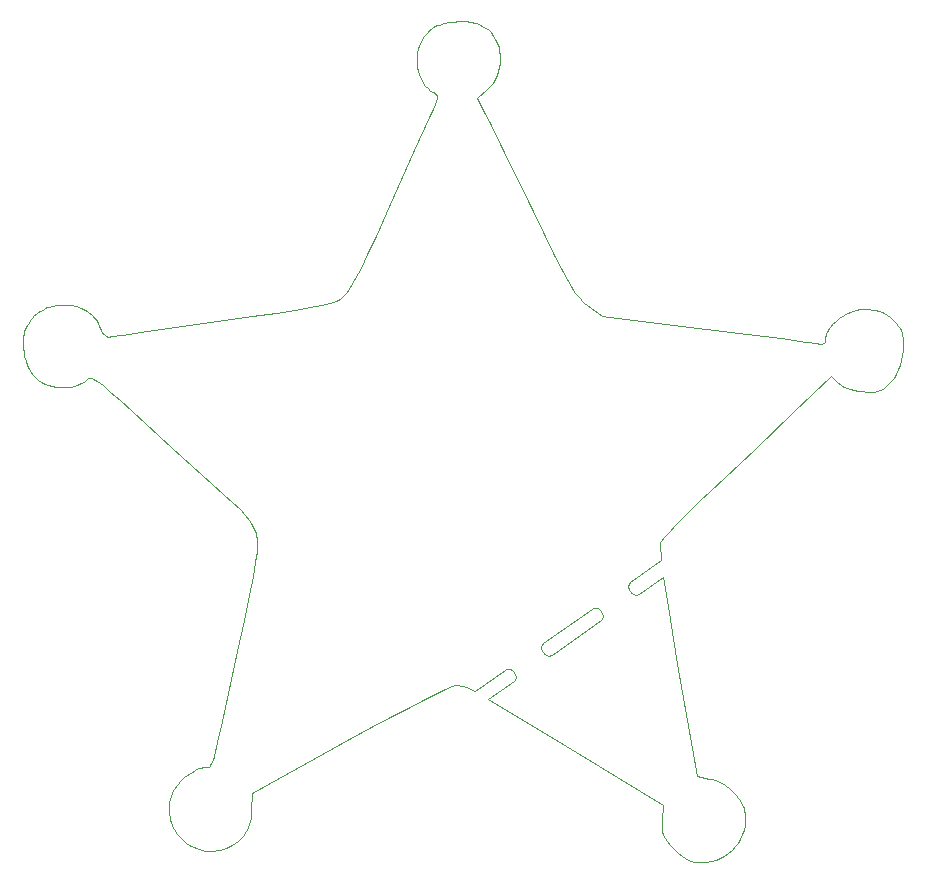
<source format=gbr>
G04 #@! TF.GenerationSoftware,KiCad,Pcbnew,5.1.2*
G04 #@! TF.CreationDate,2019-07-10T14:17:52-05:00*
G04 #@! TF.ProjectId,PartyStar,50617274-7953-4746-9172-2e6b69636164,rev?*
G04 #@! TF.SameCoordinates,Original*
G04 #@! TF.FileFunction,Profile,NP*
%FSLAX46Y46*%
G04 Gerber Fmt 4.6, Leading zero omitted, Abs format (unit mm)*
G04 Created by KiCad (PCBNEW 5.1.2) date 2019-07-10 14:17:52*
%MOMM*%
%LPD*%
G04 APERTURE LIST*
%ADD10C,0.100000*%
G04 APERTURE END LIST*
D10*
X145195324Y-70106193D02*
X144870278Y-70120144D01*
X144870278Y-70120144D02*
X144493040Y-70152701D01*
X144493040Y-70152701D02*
X144066712Y-70213679D01*
X144066712Y-70213679D02*
X143665702Y-70288093D01*
X143665702Y-70288093D02*
X143288980Y-70390412D01*
X143288980Y-70390412D02*
X143109148Y-70457075D01*
X143109148Y-70457075D02*
X142934481Y-70536657D01*
X142934481Y-70536657D02*
X142765499Y-70630708D01*
X142765499Y-70630708D02*
X142601166Y-70741295D01*
X142601166Y-70741295D02*
X142441488Y-70870486D01*
X142441488Y-70870486D02*
X142286458Y-71019831D01*
X142286458Y-71019831D02*
X142136079Y-71191914D01*
X142136079Y-71191914D02*
X141989836Y-71387767D01*
X141989836Y-71387767D02*
X141847726Y-71609459D01*
X141847726Y-71609459D02*
X141708716Y-71859573D01*
X141708716Y-71859573D02*
X141583142Y-72138109D01*
X141583142Y-72138109D02*
X141486506Y-72430598D01*
X141486506Y-72430598D02*
X141417259Y-72732388D01*
X141417259Y-72732388D02*
X141375918Y-73040897D01*
X141375918Y-73040897D02*
X141360943Y-73353022D01*
X141360943Y-73353022D02*
X141371288Y-73665665D01*
X141371288Y-73665665D02*
X141406943Y-73975723D01*
X141406943Y-73975723D02*
X141466887Y-74279580D01*
X141466887Y-74279580D02*
X141550088Y-74574653D01*
X141550088Y-74574653D02*
X141656024Y-74856806D01*
X141656024Y-74856806D02*
X141784181Y-75123974D01*
X141784181Y-75123974D02*
X141933527Y-75373054D01*
X141933527Y-75373054D02*
X142103025Y-75599913D01*
X142103025Y-75599913D02*
X142292678Y-75801451D01*
X142292678Y-75801451D02*
X142500934Y-75975601D01*
X142500934Y-75975601D02*
X142727793Y-76118228D01*
X142727793Y-76118228D02*
X142900910Y-76217963D01*
X142900910Y-76217963D02*
X143021314Y-76318216D01*
X143021314Y-76318216D02*
X143060589Y-76375060D01*
X143060589Y-76375060D02*
X143085909Y-76439139D01*
X143085909Y-76439139D02*
X143096757Y-76514069D01*
X143096757Y-76514069D02*
X143092630Y-76601403D01*
X143092630Y-76601403D02*
X143038369Y-76825678D01*
X143038369Y-76825678D02*
X142920545Y-77132119D01*
X142920545Y-77132119D02*
X142737093Y-77541397D01*
X142737093Y-77541397D02*
X142485430Y-78073664D01*
X142485430Y-78073664D02*
X141054510Y-81199571D01*
X141054510Y-81199571D02*
X138725970Y-86381167D01*
X138725970Y-86381167D02*
X137882611Y-88257540D01*
X137882611Y-88257540D02*
X137186529Y-89772692D01*
X137186529Y-89772692D02*
X136615506Y-90968484D01*
X136615506Y-90968484D02*
X136147317Y-91886776D01*
X136147317Y-91886776D02*
X135759227Y-92569420D01*
X135759227Y-92569420D02*
X135588695Y-92835038D01*
X135588695Y-92835038D02*
X135429529Y-93057764D01*
X135429529Y-93057764D02*
X135279151Y-93242247D01*
X135279151Y-93242247D02*
X135134974Y-93394176D01*
X135134974Y-93394176D02*
X134994414Y-93518200D01*
X134994414Y-93518200D02*
X134854373Y-93620004D01*
X134854373Y-93620004D02*
X134702960Y-93707337D01*
X134702960Y-93707337D02*
X134516926Y-93793636D01*
X134516926Y-93793636D02*
X134289548Y-93879420D01*
X134289548Y-93879420D02*
X134015146Y-93965719D01*
X134015146Y-93965719D02*
X133304079Y-94144519D01*
X133304079Y-94144519D02*
X132338246Y-94338305D01*
X132338246Y-94338305D02*
X131071141Y-94555864D01*
X131071141Y-94555864D02*
X129457286Y-94804943D01*
X129457286Y-94804943D02*
X127451207Y-95094849D01*
X127451207Y-95094849D02*
X125007944Y-95433328D01*
X125007944Y-95433328D02*
X118521519Y-96335599D01*
X118521519Y-96335599D02*
X116415704Y-96641008D01*
X116415704Y-96641008D02*
X115485012Y-96790352D01*
X115485012Y-96790352D02*
X115329983Y-96815673D01*
X115329983Y-96815673D02*
X115192523Y-96812048D01*
X115192523Y-96812048D02*
X115070050Y-96777940D01*
X115070050Y-96777940D02*
X114959462Y-96710244D01*
X114959462Y-96710244D02*
X114857660Y-96607409D01*
X114857660Y-96607409D02*
X114762058Y-96466333D01*
X114762058Y-96466333D02*
X114670074Y-96284948D01*
X114670074Y-96284948D02*
X114578090Y-96061190D01*
X114578090Y-96061190D02*
X114497992Y-95871536D01*
X114497992Y-95871536D02*
X114404974Y-95690670D01*
X114404974Y-95690670D02*
X114299554Y-95518587D01*
X114299554Y-95518587D02*
X114182766Y-95355805D01*
X114182766Y-95355805D02*
X114055125Y-95202328D01*
X114055125Y-95202328D02*
X113917149Y-95058149D01*
X113917149Y-95058149D02*
X113769871Y-94923791D01*
X113769871Y-94923791D02*
X113613808Y-94798217D01*
X113613808Y-94798217D02*
X113448960Y-94682980D01*
X113448960Y-94682980D02*
X113277395Y-94577560D01*
X113277395Y-94577560D02*
X112914109Y-94396691D01*
X112914109Y-94396691D02*
X112529120Y-94257165D01*
X112529120Y-94257165D02*
X112128111Y-94159497D01*
X112128111Y-94159497D02*
X111716766Y-94104720D01*
X111716766Y-94104720D02*
X111300254Y-94094375D01*
X111300254Y-94094375D02*
X110884259Y-94128998D01*
X110884259Y-94128998D02*
X110474465Y-94210130D01*
X110474465Y-94210130D02*
X110273444Y-94268524D01*
X110273444Y-94268524D02*
X110076040Y-94338286D01*
X110076040Y-94338286D02*
X109882770Y-94420453D01*
X109882770Y-94420453D02*
X109694151Y-94515020D01*
X109694151Y-94515020D02*
X109511733Y-94621473D01*
X109511733Y-94621473D02*
X109335517Y-94740847D01*
X109335517Y-94740847D02*
X109166535Y-94872620D01*
X109166535Y-94872620D02*
X109004787Y-95016797D01*
X109004787Y-95016797D02*
X108808934Y-95225053D01*
X108808934Y-95225053D02*
X108640468Y-95428142D01*
X108640468Y-95428142D02*
X108497325Y-95627098D01*
X108497325Y-95627098D02*
X108376919Y-95820366D01*
X108376919Y-95820366D02*
X108277700Y-96007437D01*
X108277700Y-96007437D02*
X108197601Y-96188819D01*
X108197601Y-96188819D02*
X108134556Y-96362968D01*
X108134556Y-96362968D02*
X108087014Y-96529367D01*
X108087014Y-96529367D02*
X108027586Y-96838908D01*
X108027586Y-96838908D02*
X108004332Y-97112279D01*
X108004332Y-97112279D02*
X108000715Y-97534990D01*
X108000715Y-97534990D02*
X108027586Y-97808876D01*
X108027586Y-97808876D02*
X108078746Y-98128236D01*
X108078746Y-98128236D02*
X108154194Y-98477052D01*
X108154194Y-98477052D02*
X108252896Y-98839304D01*
X108252896Y-98839304D02*
X108375369Y-99198973D01*
X108375369Y-99198973D02*
X108520579Y-99540037D01*
X108520579Y-99540037D02*
X108689045Y-99845961D01*
X108689045Y-99845961D02*
X108781546Y-99980320D01*
X108781546Y-99980320D02*
X108880247Y-100100208D01*
X108880247Y-100100208D02*
X109094705Y-100310533D01*
X109094705Y-100310533D02*
X109335000Y-100496567D01*
X109335000Y-100496567D02*
X109596483Y-100658830D01*
X109596483Y-100658830D02*
X109877086Y-100796808D01*
X109877086Y-100796808D02*
X110172158Y-100909978D01*
X110172158Y-100909978D02*
X110478600Y-100998346D01*
X110478600Y-100998346D02*
X110792276Y-101061391D01*
X110792276Y-101061391D02*
X111110602Y-101099631D01*
X111110602Y-101099631D02*
X111429446Y-101111511D01*
X111429446Y-101111511D02*
X111745189Y-101097568D01*
X111745189Y-101097568D02*
X112054214Y-101057258D01*
X112054214Y-101057258D02*
X112353937Y-100990597D01*
X112353937Y-100990597D02*
X112639708Y-100897061D01*
X112639708Y-100897061D02*
X112907909Y-100776139D01*
X112907909Y-100776139D02*
X113155956Y-100628345D01*
X113155956Y-100628345D02*
X113379715Y-100452646D01*
X113379715Y-100452646D02*
X113462914Y-100385465D01*
X113462914Y-100385465D02*
X113547146Y-100335856D01*
X113547146Y-100335856D02*
X113638097Y-100306400D01*
X113638097Y-100306400D02*
X113738349Y-100301241D01*
X113738349Y-100301241D02*
X113853587Y-100322434D01*
X113853587Y-100322434D02*
X113987429Y-100373078D01*
X113987429Y-100373078D02*
X114144009Y-100456276D01*
X114144009Y-100456276D02*
X114327977Y-100574613D01*
X114327977Y-100574613D02*
X114794615Y-100928597D01*
X114794615Y-100928597D02*
X115420417Y-101459314D01*
X115420417Y-101459314D02*
X116240005Y-102190019D01*
X116240005Y-102190019D02*
X117287486Y-103143450D01*
X117287486Y-103143450D02*
X120688311Y-106239385D01*
X120688311Y-106239385D02*
X124062265Y-109287776D01*
X124062265Y-109287776D02*
X124999676Y-110137853D01*
X124999676Y-110137853D02*
X125760353Y-110849440D01*
X125760353Y-110849440D02*
X126364968Y-111445268D01*
X126364968Y-111445268D02*
X126833672Y-111947048D01*
X126833672Y-111947048D02*
X127185589Y-112378028D01*
X127185589Y-112378028D02*
X127323567Y-112573883D01*
X127323567Y-112573883D02*
X127440354Y-112760433D01*
X127440354Y-112760433D02*
X127538022Y-112940786D01*
X127538022Y-112940786D02*
X127618638Y-113117001D01*
X127618638Y-113117001D02*
X127685300Y-113292700D01*
X127685300Y-113292700D02*
X127740076Y-113470468D01*
X127740076Y-113470468D02*
X127788654Y-113668390D01*
X127788654Y-113668390D02*
X127824828Y-113876128D01*
X127824828Y-113876128D02*
X127847555Y-114103505D01*
X127847555Y-114103505D02*
X127854276Y-114361371D01*
X127854276Y-114361371D02*
X127844460Y-114659543D01*
X127844460Y-114659543D02*
X127816036Y-115007324D01*
X127816036Y-115007324D02*
X127767461Y-115415053D01*
X127767461Y-115415053D02*
X127696664Y-115893060D01*
X127696664Y-115893060D02*
X127484275Y-117098670D01*
X127484275Y-117098670D02*
X127165430Y-118704773D01*
X127165430Y-118704773D02*
X126727730Y-120790952D01*
X126727730Y-120790952D02*
X126158773Y-123436785D01*
X126158773Y-123436785D02*
X124865828Y-129395593D01*
X124865828Y-129395593D02*
X124469988Y-131151043D01*
X124469988Y-131151043D02*
X124189903Y-132275522D01*
X124189903Y-132275522D02*
X124081897Y-132644492D01*
X124081897Y-132644492D02*
X123988880Y-132908040D01*
X123988880Y-132908040D02*
X123905682Y-133083224D01*
X123905682Y-133083224D02*
X123827651Y-133188128D01*
X123827651Y-133188128D02*
X123750136Y-133238770D01*
X123750136Y-133238770D02*
X123669004Y-133254274D01*
X123669004Y-133254274D02*
X123473665Y-133245490D01*
X123473665Y-133245490D02*
X123299000Y-133258931D01*
X123299000Y-133258931D02*
X123111932Y-133297690D01*
X123111932Y-133297690D02*
X122916595Y-133359700D01*
X122916595Y-133359700D02*
X122714022Y-133443417D01*
X122714022Y-133443417D02*
X122507833Y-133546252D01*
X122507833Y-133546252D02*
X122299576Y-133666659D01*
X122299576Y-133666659D02*
X122091839Y-133803083D01*
X122091839Y-133803083D02*
X121887199Y-133953462D01*
X121887199Y-133953462D02*
X121688246Y-134115726D01*
X121688246Y-134115726D02*
X121497042Y-134288327D01*
X121497042Y-134288327D02*
X121316176Y-134468677D01*
X121316176Y-134468677D02*
X121148226Y-134655746D01*
X121148226Y-134655746D02*
X120995781Y-134846949D01*
X120995781Y-134846949D02*
X120860904Y-135041251D01*
X120860904Y-135041251D02*
X120745668Y-135236072D01*
X120745668Y-135236072D02*
X120653167Y-135429342D01*
X120653167Y-135429342D02*
X120556015Y-135689274D01*
X120556015Y-135689274D02*
X120480050Y-135948690D01*
X120480050Y-135948690D02*
X120425274Y-136208106D01*
X120425274Y-136208106D02*
X120391167Y-136465972D01*
X120391167Y-136465972D02*
X120376181Y-136721768D01*
X120376181Y-136721768D02*
X120380317Y-136974985D01*
X120380317Y-136974985D02*
X120402537Y-137224580D01*
X120402537Y-137224580D02*
X120442844Y-137470044D01*
X120442844Y-137470044D02*
X120499687Y-137710339D01*
X120499687Y-137710339D02*
X120573067Y-137944950D01*
X120573067Y-137944950D02*
X120661951Y-138173360D01*
X120661951Y-138173360D02*
X120765821Y-138394020D01*
X120765821Y-138394020D02*
X120883643Y-138607443D01*
X120883643Y-138607443D02*
X121015934Y-138812080D01*
X121015934Y-138812080D02*
X121160630Y-139006900D01*
X121160630Y-139006900D02*
X121317726Y-139191902D01*
X121317726Y-139191902D02*
X121486192Y-139366054D01*
X121486192Y-139366054D02*
X121666024Y-139528833D01*
X121666024Y-139528833D02*
X121856193Y-139679212D01*
X121856193Y-139679212D02*
X122056181Y-139816671D01*
X122056181Y-139816671D02*
X122264953Y-139940178D01*
X122264953Y-139940178D02*
X122481996Y-140049216D01*
X122481996Y-140049216D02*
X122706789Y-140143267D01*
X122706789Y-140143267D02*
X122938299Y-140221298D01*
X122938299Y-140221298D02*
X123176527Y-140282277D01*
X123176527Y-140282277D02*
X123419923Y-140326200D01*
X123419923Y-140326200D02*
X123669004Y-140351521D01*
X123669004Y-140351521D02*
X123921700Y-140358241D01*
X123921700Y-140358241D02*
X124178533Y-140345832D01*
X124178533Y-140345832D02*
X124438465Y-140312243D01*
X124438465Y-140312243D02*
X124700464Y-140257983D01*
X124700464Y-140257983D02*
X124964531Y-140182018D01*
X124964531Y-140182018D02*
X125250818Y-140078148D01*
X125250818Y-140078148D02*
X125518502Y-139962393D01*
X125518502Y-139962393D02*
X125766549Y-139834237D01*
X125766549Y-139834237D02*
X125996509Y-139693158D01*
X125996509Y-139693158D02*
X126207350Y-139539163D01*
X126207350Y-139539163D02*
X126400102Y-139372248D01*
X126400102Y-139372248D02*
X126574251Y-139191381D01*
X126574251Y-139191381D02*
X126730831Y-138997595D01*
X126730831Y-138997595D02*
X126869325Y-138789339D01*
X126869325Y-138789339D02*
X126990247Y-138566613D01*
X126990247Y-138566613D02*
X127093599Y-138329935D01*
X127093599Y-138329935D02*
X127179382Y-138078271D01*
X127179382Y-138078271D02*
X127248629Y-137811621D01*
X127248629Y-137811621D02*
X127300823Y-137529983D01*
X127300823Y-137529983D02*
X127335962Y-137232845D01*
X127335962Y-137232845D02*
X127355092Y-136919685D01*
X127355092Y-136919685D02*
X127404183Y-135438121D01*
X127404183Y-135438121D02*
X135657944Y-130879745D01*
X135657944Y-130879745D02*
X137466617Y-129888589D01*
X137466617Y-129888589D02*
X139119231Y-128999237D01*
X139119231Y-128999237D02*
X140596143Y-128220476D01*
X140596143Y-128220476D02*
X141879785Y-127562116D01*
X141879785Y-127562116D02*
X142950522Y-127033984D01*
X142950522Y-127033984D02*
X143790262Y-126644861D01*
X143790262Y-126644861D02*
X144379375Y-126404564D01*
X144379375Y-126404564D02*
X144574712Y-126343069D01*
X144574712Y-126343069D02*
X144699767Y-126322405D01*
X144699767Y-126322405D02*
X144879086Y-126335317D01*
X144879086Y-126335317D02*
X145085792Y-126372007D01*
X145085792Y-126372007D02*
X145313167Y-126429366D01*
X145313167Y-126429366D02*
X145553464Y-126505849D01*
X145553464Y-126505849D02*
X145799442Y-126597831D01*
X145799442Y-126597831D02*
X146043872Y-126703252D01*
X146043872Y-126703252D02*
X146275382Y-126817972D01*
X146275382Y-126817972D02*
X148861787Y-125006714D01*
X148861787Y-125006714D02*
X148901396Y-124982055D01*
X148901396Y-124982055D02*
X148942665Y-124962158D01*
X148942665Y-124962158D02*
X148985268Y-124946971D01*
X148985268Y-124946971D02*
X149028888Y-124936441D01*
X149028888Y-124936441D02*
X149073197Y-124930461D01*
X149073197Y-124930461D02*
X149117875Y-124928874D01*
X149117875Y-124928874D02*
X149162600Y-124931837D01*
X149162600Y-124931837D02*
X149207047Y-124939140D01*
X149207047Y-124939140D02*
X149250897Y-124950728D01*
X149250897Y-124950728D02*
X149293823Y-124966551D01*
X149293823Y-124966551D02*
X149335505Y-124986527D01*
X149335505Y-124986527D02*
X149375619Y-125010577D01*
X149375619Y-125010577D02*
X149413843Y-125038628D01*
X149413843Y-125038628D02*
X149449853Y-125070619D01*
X149449853Y-125070619D02*
X149483328Y-125106475D01*
X149483328Y-125106475D02*
X149513946Y-125146131D01*
X149513946Y-125146131D02*
X149653987Y-125345603D01*
X149653987Y-125345603D02*
X149680773Y-125387942D01*
X149680773Y-125387942D02*
X149702998Y-125431675D01*
X149702998Y-125431675D02*
X149720725Y-125476474D01*
X149720725Y-125476474D02*
X149733981Y-125522012D01*
X149733981Y-125522012D02*
X149742818Y-125567959D01*
X149742818Y-125567959D02*
X149747290Y-125613989D01*
X149747290Y-125613989D02*
X149747422Y-125659772D01*
X149747422Y-125659772D02*
X149743268Y-125704979D01*
X149743268Y-125704979D02*
X149734881Y-125749283D01*
X149734881Y-125749283D02*
X149722313Y-125792357D01*
X149722313Y-125792357D02*
X149705591Y-125833871D01*
X149705591Y-125833871D02*
X149684769Y-125873495D01*
X149684769Y-125873495D02*
X149659898Y-125910904D01*
X149659898Y-125910904D02*
X149631034Y-125945768D01*
X149631034Y-125945768D02*
X149598213Y-125977756D01*
X149598213Y-125977756D02*
X149561481Y-126006546D01*
X149561481Y-126006546D02*
X147422078Y-127504646D01*
X147422078Y-127504646D02*
X154848499Y-132005144D01*
X154848499Y-132005144D02*
X162189651Y-136444152D01*
X162189651Y-136444152D02*
X162109554Y-137740195D01*
X162109554Y-137740195D02*
X162092488Y-138139655D01*
X162092488Y-138139655D02*
X162100241Y-138470900D01*
X162100241Y-138470900D02*
X162141582Y-138754604D01*
X162141582Y-138754604D02*
X162178272Y-138885346D01*
X162178272Y-138885346D02*
X162226331Y-139011951D01*
X162226331Y-139011951D02*
X162362758Y-139262583D01*
X162362758Y-139262583D02*
X162560161Y-139526651D01*
X162560161Y-139526651D02*
X162826810Y-139825339D01*
X162826810Y-139825339D02*
X163172526Y-140178806D01*
X163172526Y-140178806D02*
X163503773Y-140500233D01*
X163503773Y-140500233D02*
X163795744Y-140757066D01*
X163795744Y-140757066D02*
X164062393Y-140956536D01*
X164062393Y-140956536D02*
X164315610Y-141105364D01*
X164315610Y-141105364D02*
X164568824Y-141209750D01*
X164568824Y-141209750D02*
X164834958Y-141275896D01*
X164834958Y-141275896D02*
X165127963Y-141311038D01*
X165127963Y-141311038D02*
X165459724Y-141321383D01*
X165459724Y-141321383D02*
X165672632Y-141315192D01*
X165672632Y-141315192D02*
X165882438Y-141296591D01*
X165882438Y-141296591D02*
X166290682Y-141225278D01*
X166290682Y-141225278D02*
X166682390Y-141109523D01*
X166682390Y-141109523D02*
X167054460Y-140952427D01*
X167054460Y-140952427D02*
X167404827Y-140757606D01*
X167404827Y-140757606D02*
X167730905Y-140528162D01*
X167730905Y-140528162D02*
X168030627Y-140266680D01*
X168030627Y-140266680D02*
X168300378Y-139975741D01*
X168300378Y-139975741D02*
X168538090Y-139659482D01*
X168538090Y-139659482D02*
X168741695Y-139320485D01*
X168741695Y-139320485D02*
X168908094Y-138961334D01*
X168908094Y-138961334D02*
X169035219Y-138585647D01*
X169035219Y-138585647D02*
X169119451Y-138196521D01*
X169119451Y-138196521D02*
X169159758Y-137796545D01*
X169159758Y-137796545D02*
X169162404Y-137593459D01*
X169162404Y-137593459D02*
X169152588Y-137388820D01*
X169152588Y-137388820D02*
X169130363Y-137183149D01*
X169130363Y-137183149D02*
X169095739Y-136976959D01*
X169095739Y-136976959D02*
X169035795Y-136743898D01*
X169035795Y-136743898D02*
X168951047Y-136511353D01*
X168951047Y-136511353D02*
X168843041Y-136280877D01*
X168843041Y-136280877D02*
X168713334Y-136054018D01*
X168713334Y-136054018D02*
X168563990Y-135831808D01*
X168563990Y-135831808D02*
X168396557Y-135617353D01*
X168396557Y-135617353D02*
X168213105Y-135410647D01*
X168213105Y-135410647D02*
X168015702Y-135214792D01*
X168015702Y-135214792D02*
X167805896Y-135031340D01*
X167805896Y-135031340D02*
X167585238Y-134861324D01*
X167585238Y-134861324D02*
X167355794Y-134706297D01*
X167355794Y-134706297D02*
X167119633Y-134569354D01*
X167119633Y-134569354D02*
X166878822Y-134450498D01*
X166878822Y-134450498D02*
X166633873Y-134352829D01*
X166633873Y-134352829D02*
X166388412Y-134276865D01*
X166388412Y-134276865D02*
X166142431Y-134225189D01*
X166142431Y-134225189D02*
X165062394Y-134052588D01*
X165062394Y-134052588D02*
X163418051Y-124489867D01*
X163418051Y-124489867D02*
X162793282Y-120728854D01*
X162793282Y-120728854D02*
X162308042Y-117557990D01*
X162308042Y-117557990D02*
X162247579Y-117123391D01*
X162247579Y-117123391D02*
X160160369Y-118584801D01*
X160160369Y-118584801D02*
X160120761Y-118609486D01*
X160120761Y-118609486D02*
X160079491Y-118629383D01*
X160079491Y-118629383D02*
X160036888Y-118644596D01*
X160036888Y-118644596D02*
X159993268Y-118655180D01*
X159993268Y-118655180D02*
X159948959Y-118661186D01*
X159948959Y-118661186D02*
X159904279Y-118662773D01*
X159904279Y-118662773D02*
X159859556Y-118659863D01*
X159859556Y-118659863D02*
X159815109Y-118652587D01*
X159815109Y-118652587D02*
X159771259Y-118641025D01*
X159771259Y-118641025D02*
X159728333Y-118625255D01*
X159728333Y-118625255D02*
X159686653Y-118605332D01*
X159686653Y-118605332D02*
X159646537Y-118581335D01*
X159646537Y-118581335D02*
X159608316Y-118553315D01*
X159608316Y-118553315D02*
X159572303Y-118521354D01*
X159572303Y-118521354D02*
X159538828Y-118485513D01*
X159538828Y-118485513D02*
X159508210Y-118445863D01*
X159508210Y-118445863D02*
X159368169Y-118245875D01*
X159368169Y-118245875D02*
X159341383Y-118203541D01*
X159341383Y-118203541D02*
X159319158Y-118159824D01*
X159319158Y-118159824D02*
X159301431Y-118115051D01*
X159301431Y-118115051D02*
X159288175Y-118069546D01*
X159288175Y-118069546D02*
X159279338Y-118023635D01*
X159279338Y-118023635D02*
X159274867Y-117977651D01*
X159274867Y-117977651D02*
X159274734Y-117931912D01*
X159274734Y-117931912D02*
X159278888Y-117886753D01*
X159278888Y-117886753D02*
X159287275Y-117842496D01*
X159287275Y-117842496D02*
X159299843Y-117799470D01*
X159299843Y-117799470D02*
X159316565Y-117758002D01*
X159316565Y-117758002D02*
X159337388Y-117718415D01*
X159337388Y-117718415D02*
X159362258Y-117681040D01*
X159362258Y-117681040D02*
X159391122Y-117646202D01*
X159391122Y-117646202D02*
X159423943Y-117614230D01*
X159423943Y-117614230D02*
X159460675Y-117585448D01*
X159460675Y-117585448D02*
X162065684Y-115761271D01*
X162065684Y-115761271D02*
X162009872Y-115310135D01*
X162009872Y-115310135D02*
X161946311Y-114636791D01*
X161946311Y-114636791D02*
X161938056Y-114431120D01*
X161938056Y-114431120D02*
X161947343Y-114319498D01*
X161947343Y-114319498D02*
X161986102Y-114237850D01*
X161986102Y-114237850D02*
X162065684Y-114119510D01*
X162065684Y-114119510D02*
X162336985Y-113781031D01*
X162336985Y-113781031D02*
X162744713Y-113323177D01*
X162744713Y-113323177D02*
X163270779Y-112764039D01*
X163270779Y-112764039D02*
X163897095Y-112121183D01*
X163897095Y-112121183D02*
X164607647Y-111413733D01*
X164607647Y-111413733D02*
X165383828Y-110659257D01*
X165383828Y-110659257D02*
X166208582Y-109876358D01*
X166208582Y-109876358D02*
X169992849Y-106295699D01*
X169992849Y-106295699D02*
X173351300Y-103074190D01*
X173351300Y-103074190D02*
X176406410Y-100107962D01*
X176406410Y-100107962D02*
X177005339Y-100706892D01*
X177005339Y-100706892D02*
X177165536Y-100845901D01*
X177165536Y-100845901D02*
X177355705Y-100972510D01*
X177355705Y-100972510D02*
X177573780Y-101086198D01*
X177573780Y-101086198D02*
X177818726Y-101186968D01*
X177818726Y-101186968D02*
X178088996Y-101273267D01*
X178088996Y-101273267D02*
X178383032Y-101345096D01*
X178383032Y-101345096D02*
X178699810Y-101401942D01*
X178699810Y-101401942D02*
X179037773Y-101443283D01*
X179037773Y-101443283D02*
X179484257Y-101480488D01*
X179484257Y-101480488D02*
X179846509Y-101492368D01*
X179846509Y-101492368D02*
X180146750Y-101471175D01*
X180146750Y-101471175D02*
X180280592Y-101445855D01*
X180280592Y-101445855D02*
X180407198Y-101409681D01*
X180407198Y-101409681D02*
X180529155Y-101361622D01*
X180529155Y-101361622D02*
X180649046Y-101300127D01*
X180649046Y-101300127D02*
X180895026Y-101135279D01*
X180895026Y-101135279D02*
X181166843Y-100907904D01*
X181166843Y-100907904D02*
X181486203Y-100609732D01*
X181486203Y-100609732D02*
X181614878Y-100463486D01*
X181614878Y-100463486D02*
X181735285Y-100305358D01*
X181735285Y-100305358D02*
X181847939Y-100135857D01*
X181847939Y-100135857D02*
X181952841Y-99957057D01*
X181952841Y-99957057D02*
X182137327Y-99576719D01*
X182137327Y-99576719D02*
X182288737Y-99176227D01*
X182288737Y-99176227D02*
X182406043Y-98766432D01*
X182406043Y-98766432D02*
X182489760Y-98359223D01*
X182489760Y-98359223D02*
X182538335Y-97966996D01*
X182538335Y-97966996D02*
X182551775Y-97600096D01*
X182551775Y-97600096D02*
X182541430Y-97235260D01*
X182541430Y-97235260D02*
X182522301Y-96932952D01*
X182522301Y-96932952D02*
X182489228Y-96680254D01*
X182489228Y-96680254D02*
X182439100Y-96462179D01*
X182439100Y-96462179D02*
X182367271Y-96265810D01*
X182367271Y-96265810D02*
X182269603Y-96076673D01*
X182269603Y-96076673D02*
X182141444Y-95881336D01*
X182141444Y-95881336D02*
X181979180Y-95665846D01*
X181979180Y-95665846D02*
X181808132Y-95468959D01*
X181808132Y-95468959D02*
X181618995Y-95288090D01*
X181618995Y-95288090D02*
X181413840Y-95124276D01*
X181413840Y-95124276D02*
X181194733Y-94977517D01*
X181194733Y-94977517D02*
X180962188Y-94848842D01*
X180962188Y-94848842D02*
X180719308Y-94738254D01*
X180719308Y-94738254D02*
X180467129Y-94645753D01*
X180467129Y-94645753D02*
X180207197Y-94572890D01*
X180207197Y-94572890D02*
X179942095Y-94518629D01*
X179942095Y-94518629D02*
X179672860Y-94485040D01*
X179672860Y-94485040D02*
X179401043Y-94471097D01*
X179401043Y-94471097D02*
X179129742Y-94477817D01*
X179129742Y-94477817D02*
X178858957Y-94505723D01*
X178858957Y-94505723D02*
X178591791Y-94555332D01*
X178591791Y-94555332D02*
X178329790Y-94626645D01*
X178329790Y-94626645D02*
X178073994Y-94720697D01*
X178073994Y-94720697D02*
X177853850Y-94819915D01*
X177853850Y-94819915D02*
X177640945Y-94929471D01*
X177640945Y-94929471D02*
X177435790Y-95048843D01*
X177435790Y-95048843D02*
X177238903Y-95176484D01*
X177238903Y-95176484D02*
X176876651Y-95453987D01*
X176876651Y-95453987D02*
X176561424Y-95753709D01*
X176561424Y-95753709D02*
X176423965Y-95908739D01*
X176423965Y-95908739D02*
X176301492Y-96066352D01*
X176301492Y-96066352D02*
X176194521Y-96225514D01*
X176194521Y-96225514D02*
X176104086Y-96384161D01*
X176104086Y-96384161D02*
X176031741Y-96542808D01*
X176031741Y-96542808D02*
X175977996Y-96698872D01*
X175977996Y-96698872D02*
X175943889Y-96852349D01*
X175943889Y-96852349D02*
X175930977Y-97001696D01*
X175930977Y-97001696D02*
X175920632Y-97140187D01*
X175920632Y-97140187D02*
X175894279Y-97250259D01*
X175894279Y-97250259D02*
X175849321Y-97332941D01*
X175849321Y-97332941D02*
X175784210Y-97389268D01*
X175784210Y-97389268D02*
X175695842Y-97421307D01*
X175695842Y-97421307D02*
X175582672Y-97430091D01*
X175582672Y-97430091D02*
X175442112Y-97416650D01*
X175442112Y-97416650D02*
X175272096Y-97382027D01*
X175272096Y-97382027D02*
X174325901Y-97235781D01*
X174325901Y-97235781D02*
X172229388Y-96952595D01*
X172229388Y-96952595D02*
X169292616Y-96572772D01*
X169292616Y-96572772D02*
X165825127Y-96138175D01*
X165825127Y-96138175D02*
X157027215Y-95049867D01*
X157027215Y-95049867D02*
X155770960Y-94092822D01*
X155770960Y-94092822D02*
X155565289Y-93930558D01*
X155565289Y-93930558D02*
X155370984Y-93761058D01*
X155370984Y-93761058D02*
X155182884Y-93577091D01*
X155182884Y-93577091D02*
X154995816Y-93369350D01*
X154995816Y-93369350D02*
X154805647Y-93129572D01*
X154805647Y-93129572D02*
X154606691Y-92850003D01*
X154606691Y-92850003D02*
X154394817Y-92521858D01*
X154394817Y-92521858D02*
X154164858Y-92136352D01*
X154164858Y-92136352D02*
X153631039Y-91161733D01*
X153631039Y-91161733D02*
X152967515Y-89859489D01*
X152967515Y-89859489D02*
X152135525Y-88161917D01*
X152135525Y-88161917D02*
X151095794Y-86002875D01*
X151095794Y-86002875D02*
X148509389Y-80637311D01*
X148509389Y-80637311D02*
X147589549Y-78750088D01*
X147589549Y-78750088D02*
X147092939Y-77754283D01*
X147092939Y-77754283D02*
X146508993Y-76638588D01*
X146508993Y-76638588D02*
X147346669Y-75856207D01*
X147346669Y-75856207D02*
X147599884Y-75592141D01*
X147599884Y-75592141D02*
X147819509Y-75306370D01*
X147819509Y-75306370D02*
X148005543Y-75001479D01*
X148005543Y-75001479D02*
X148158506Y-74681085D01*
X148158506Y-74681085D02*
X148277878Y-74348806D01*
X148277878Y-74348806D02*
X148363662Y-74006708D01*
X148363662Y-74006708D02*
X148415856Y-73659442D01*
X148415856Y-73659442D02*
X148434985Y-73309593D01*
X148434985Y-73309593D02*
X148420010Y-72960260D01*
X148420010Y-72960260D02*
X148371951Y-72614545D01*
X148371951Y-72614545D02*
X148290303Y-72276064D01*
X148290303Y-72276064D02*
X148175064Y-71948435D01*
X148175064Y-71948435D02*
X148025720Y-71633726D01*
X148025720Y-71633726D02*
X147843300Y-71336586D01*
X147843300Y-71336586D02*
X147626776Y-71059084D01*
X147626776Y-71059084D02*
X147377179Y-70804836D01*
X147377179Y-70804836D02*
X147158588Y-70638438D01*
X147158588Y-70638438D02*
X146933795Y-70499428D01*
X146933795Y-70499428D02*
X146704354Y-70386257D01*
X146704354Y-70386257D02*
X146473875Y-70295823D01*
X146473875Y-70295823D02*
X146243915Y-70226060D01*
X146243915Y-70226060D02*
X146017056Y-70174900D01*
X146017056Y-70174900D02*
X145796396Y-70139760D01*
X145796396Y-70139760D02*
X145584523Y-70118057D01*
X145584523Y-70118057D02*
X145195401Y-70106172D01*
X145195401Y-70106172D02*
X145195401Y-70106172D01*
X156490317Y-119766705D02*
X156546190Y-119771044D01*
X156546190Y-119771044D02*
X156601485Y-119782157D01*
X156601485Y-119782157D02*
X156655576Y-119799910D01*
X156655576Y-119799910D02*
X156707842Y-119824199D01*
X156707842Y-119824199D02*
X156757658Y-119854859D01*
X156757658Y-119854859D02*
X156804399Y-119891758D01*
X156804399Y-119891758D02*
X156847441Y-119934763D01*
X156847441Y-119934763D02*
X156886161Y-119983740D01*
X156886161Y-119983740D02*
X157026202Y-120183728D01*
X157026202Y-120183728D02*
X157052994Y-120226061D01*
X157052994Y-120226061D02*
X157075245Y-120269776D01*
X157075245Y-120269776D02*
X157092999Y-120314551D01*
X157092999Y-120314551D02*
X157106281Y-120360054D01*
X157106281Y-120360054D02*
X157115144Y-120405965D01*
X157115144Y-120405965D02*
X157119642Y-120451949D01*
X157119642Y-120451949D02*
X157119819Y-120497685D01*
X157119819Y-120497685D02*
X157115718Y-120542844D01*
X157115718Y-120542844D02*
X157107384Y-120587101D01*
X157107384Y-120587101D02*
X157094869Y-120630128D01*
X157094869Y-120630128D02*
X157078200Y-120671596D01*
X157078200Y-120671596D02*
X157057431Y-120711183D01*
X157057431Y-120711183D02*
X157032613Y-120748558D01*
X157032613Y-120748558D02*
X157003776Y-120783396D01*
X157003776Y-120783396D02*
X156970970Y-120815370D01*
X156970970Y-120815370D02*
X156934246Y-120844152D01*
X156934246Y-120844152D02*
X152788246Y-123747332D01*
X152788246Y-123747332D02*
X152748638Y-123771991D01*
X152748638Y-123771991D02*
X152707369Y-123791888D01*
X152707369Y-123791888D02*
X152664763Y-123807101D01*
X152664763Y-123807101D02*
X152621146Y-123817685D01*
X152621146Y-123817685D02*
X152576834Y-123823691D01*
X152576834Y-123823691D02*
X152532156Y-123825278D01*
X152532156Y-123825278D02*
X152487431Y-123822368D01*
X152487431Y-123822368D02*
X152442984Y-123815092D01*
X152442984Y-123815092D02*
X152399137Y-123803530D01*
X152399137Y-123803530D02*
X152356211Y-123787760D01*
X152356211Y-123787760D02*
X152314528Y-123767837D01*
X152314528Y-123767837D02*
X152274415Y-123743840D01*
X152274415Y-123743840D02*
X152236191Y-123715820D01*
X152236191Y-123715820D02*
X152200181Y-123683856D01*
X152200181Y-123683856D02*
X152166706Y-123648013D01*
X152166706Y-123648013D02*
X152136088Y-123608362D01*
X152136088Y-123608362D02*
X151996047Y-123408377D01*
X151996047Y-123408377D02*
X151969255Y-123366044D01*
X151969255Y-123366044D02*
X151947004Y-123322327D01*
X151947004Y-123322327D02*
X151929250Y-123277554D01*
X151929250Y-123277554D02*
X151915968Y-123232048D01*
X151915968Y-123232048D02*
X151907104Y-123186140D01*
X151907104Y-123186140D02*
X151902607Y-123140153D01*
X151902607Y-123140153D02*
X151902429Y-123094417D01*
X151902429Y-123094417D02*
X151906530Y-123049258D01*
X151906530Y-123049258D02*
X151914865Y-123005001D01*
X151914865Y-123005001D02*
X151927379Y-122961975D01*
X151927379Y-122961975D02*
X151944048Y-122920507D01*
X151944048Y-122920507D02*
X151964818Y-122880920D01*
X151964818Y-122880920D02*
X151989636Y-122843545D01*
X151989636Y-122843545D02*
X152018473Y-122808707D01*
X152018473Y-122808707D02*
X152051279Y-122776732D01*
X152051279Y-122776732D02*
X152088003Y-122747951D01*
X152088003Y-122747951D02*
X156234002Y-119844768D01*
X156234002Y-119844768D02*
X156294092Y-119809528D01*
X156294092Y-119809528D02*
X156357592Y-119784895D01*
X156357592Y-119784895D02*
X156423375Y-119770687D01*
X156423375Y-119770687D02*
X156490317Y-119766718D01*
X156490317Y-119766718D02*
X156490317Y-119766718D01*
M02*

</source>
